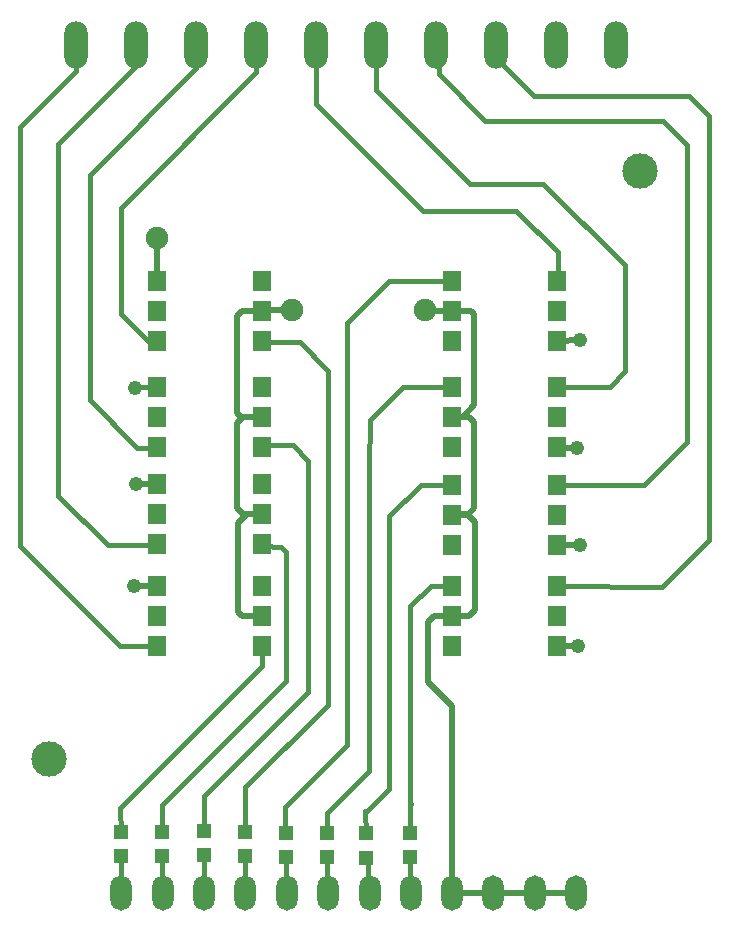
<source format=gbr>
%FSLAX23Y23*%
%MOIN*%
%ADD70O,0.07087X0.11811*%
%ADD91O,0.07874X0.15748*%
%ADD144R,0.05118X0.04500*%
%ADD92R,0.06299X0.07087*%
%ADD96C,0.01800*%
%ADD188C,0.01969*%
%ADD98C,0.04800*%
%ADD93C,0.07500*%
%ADD97C,0.11811*%
X000Y000D02*
D02*
D70*
X496Y321D03*
X634D03*
X772D03*
X909D03*
X1047D03*
X1185D03*
X1323D03*
X1461D03*
X1598D03*
X1736D03*
X1874D03*
X2012D03*
D02*
D91*
X345Y3147D03*
X545D03*
X745D03*
X945D03*
X1145D03*
X1345D03*
X1545D03*
X1745D03*
X1945D03*
X2145D03*
D02*
D92*
X613Y1144D03*
Y1244D03*
Y1344D03*
Y1484D03*
Y1584D03*
Y1684D03*
Y1807D03*
Y1907D03*
Y2007D03*
Y2160D03*
Y2260D03*
Y2360D03*
X963Y1144D03*
Y1244D03*
Y1344D03*
Y1484D03*
Y1584D03*
Y1684D03*
Y1807D03*
Y1907D03*
Y2007D03*
Y2160D03*
Y2260D03*
Y2360D03*
X1597Y1146D03*
Y1246D03*
Y1346D03*
X1598Y1482D03*
Y1582D03*
Y1682D03*
Y2162D03*
Y2262D03*
Y2362D03*
X1599Y1809D03*
Y1909D03*
Y2009D03*
X1947Y1146D03*
Y1246D03*
Y1346D03*
X1948Y1482D03*
Y1582D03*
Y1682D03*
Y2162D03*
Y2262D03*
Y2362D03*
X1949Y1809D03*
Y1909D03*
Y2009D03*
D02*
D93*
X613Y2503D03*
X1064Y2264D03*
X1508D03*
D02*
D96*
X345Y3147D02*
Y3060D01*
X158Y2873*
Y1477*
X490Y1145*
X613Y1144*
X493Y443D02*
Y328D01*
X497Y324*
X496*
Y321*
X545Y3147D02*
X545D01*
Y3079*
X285Y2819*
Y1644*
X450Y1480*
X601*
X603Y1478*
X604Y1485*
X613*
Y1484*
Y2007D02*
Y2008D01*
X540*
Y2006*
X632Y524D02*
Y615D01*
X1045Y1028*
Y1458*
X1028Y1476*
X1004*
X963Y1484*
X632Y443D02*
Y346D01*
X657Y321*
X634*
X745Y3147D02*
Y3072D01*
X390Y2716*
Y1965*
X549Y1806*
X553*
X613Y1807*
X772Y529D02*
Y644D01*
X1118Y991*
Y1761*
X1067Y1813*
X1064*
X963Y1814*
Y1807*
X772Y448D02*
Y322D01*
X772Y321*
X909Y444D02*
Y322D01*
X909Y321*
X945Y3147D02*
X946D01*
Y3058*
X494Y2606*
Y2251*
X583Y2161*
Y2163*
X613Y2160*
X963Y1144D02*
Y1077D01*
X492Y606*
X493Y524*
X963Y2160D02*
X1008Y2157D01*
X1090*
X1185Y2062*
Y948*
X909Y673*
Y525*
X1044Y440D02*
Y350D01*
X1073Y321*
X1047*
X1180Y522D02*
Y587D01*
X1322Y729*
Y1816*
X1324Y1826*
Y1898*
X1435Y2009*
X1599*
X1180Y441D02*
Y350D01*
X1204Y326*
X1185Y321*
X1310Y439D02*
X1317D01*
X1317Y439*
Y325*
X1319Y323*
Y320*
X1323Y321*
X1458Y521D02*
Y617D01*
X1460Y619*
X1458*
Y1277*
X1527Y1346*
X1600*
Y1352*
X1597Y1346*
X1458Y440D02*
Y324D01*
X1461Y321*
X1598Y1682D02*
X1493D01*
X1388Y1577*
Y667*
X1314Y593*
X1309*
X1310Y520*
X1598Y2362D02*
X1389D01*
X1249Y2222*
Y813*
X1042Y607*
Y524*
X1044Y521*
X1745Y3147D02*
Y3138D01*
X1744*
Y3105*
X1870Y2979*
X2388*
X2455Y2912*
Y1498*
X2297Y1340*
X1947Y1346*
X1948Y1682D02*
X1996Y1682D01*
X2237*
X2382Y1826*
Y2815*
X2301Y2896*
X1708*
X1554Y3050*
Y3147*
X1545*
X1948Y2362D02*
X1948Y2363D01*
X1950Y2365*
Y2458*
X1812Y2596*
X1502*
X1145Y2952*
Y3147*
X1949Y2009D02*
X1958D01*
X1958Y2009*
X2123*
X2173Y2060*
Y2414*
X1902Y2686*
X1658*
X1345Y2999*
Y3147*
D02*
D97*
X253Y767D03*
X2223Y2729D03*
D02*
D98*
X539Y1346D03*
X540Y2006D03*
X546Y1685D03*
X2015Y1804D03*
X2019Y1143D03*
X2023Y1481D03*
Y2164D03*
D02*
D144*
X493Y524D03*
X493Y443D03*
X632Y524D03*
X632Y443D03*
X772Y529D03*
X772Y448D03*
X909Y525D03*
X909Y444D03*
X1044Y521D03*
X1044Y440D03*
X1180Y522D03*
X1180Y441D03*
X1310Y520D03*
X1310Y439D03*
X1458Y521D03*
X1458Y440D03*
D02*
D188*
X539Y1346D02*
X611D01*
X613Y1344*
X613Y2503D02*
Y2376D01*
X613Y2376*
Y2360*
Y1684D02*
X565D01*
X564Y1685*
X546*
X963Y1584D02*
X913D01*
X885Y1556*
Y1257*
X899Y1244*
X963*
Y1907D02*
X902D01*
X882Y1887*
Y1603*
X902Y1583*
X963Y1584*
Y2260D02*
X898D01*
X880Y2243*
Y1922*
X894Y1908*
X906*
X963Y1907*
X1064Y2264D02*
X1063Y2265D01*
X962*
X963Y2260*
X1597Y1246D02*
X1538D01*
X1517Y1224*
Y1025*
X1597Y944*
Y688*
X1598Y313*
Y321*
X1598Y1582D02*
X1652D01*
X1675Y1559*
Y1264*
X1655Y1244*
X1634*
X1597Y1246*
X1598Y2262D02*
X1661D01*
X1672Y2251*
Y1947*
X1634Y1909*
X1599*
X1598Y2262D02*
X1510D01*
X1508Y2264*
X1599Y1909D02*
X1654D01*
X1671Y1891*
Y1603*
X1653Y1584*
X1636*
X1598Y1582*
X1736Y321D02*
X1595D01*
X1595Y322*
X1596*
X1597Y321*
X1598*
X1874D02*
X1740D01*
X1739Y320*
X1736Y322*
X1736Y322*
Y321*
X1947Y1146D02*
X2016D01*
X2019Y1143*
X2012Y321D02*
Y321D01*
X2011Y322*
X1872*
X1874Y321*
X2015Y1804D02*
X1954D01*
X1949Y1809*
X2023Y1481D02*
X1949D01*
X1948Y1482*
X2023Y2164D02*
X1948Y2162D01*
X000Y000D02*
M02*

</source>
